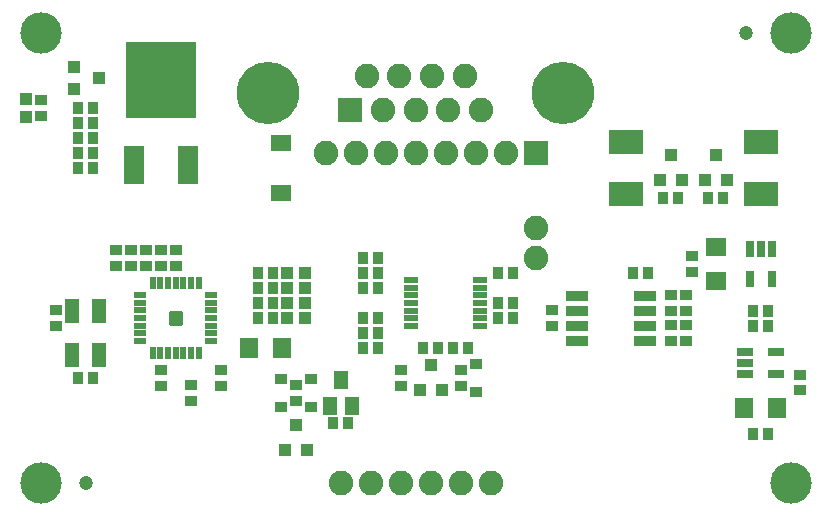
<source format=gbr>
G04 EAGLE Gerber RS-274X export*
G75*
%MOMM*%
%FSLAX34Y34*%
%LPD*%
%INSoldermask Top*%
%IPPOS*%
%AMOC8*
5,1,8,0,0,1.08239X$1,22.5*%
G01*
%ADD10R,1.603200X1.803200*%
%ADD11R,1.103200X0.903200*%
%ADD12R,0.903200X1.103200*%
%ADD13R,1.193800X0.508000*%
%ADD14R,1.033200X0.833200*%
%ADD15R,2.903200X2.003200*%
%ADD16R,1.953200X0.853200*%
%ADD17R,1.053200X0.553200*%
%ADD18R,0.553200X1.053200*%
%ADD19C,0.252672*%
%ADD20R,1.003200X1.103200*%
%ADD21R,0.753200X1.403200*%
%ADD22R,1.303200X2.103200*%
%ADD23R,1.103200X1.003200*%
%ADD24R,1.803200X3.203200*%
%ADD25R,6.003200X6.403200*%
%ADD26R,1.203200X1.603200*%
%ADD27C,3.505200*%
%ADD28R,1.003200X1.003200*%
%ADD29C,2.082800*%
%ADD30R,2.082800X2.082800*%
%ADD31C,5.283200*%
%ADD32R,1.403200X0.753200*%
%ADD33R,1.673200X1.473200*%
%ADD34R,1.803200X1.603200*%
%ADD35C,1.203200*%


D10*
X229900Y139700D03*
X201900Y139700D03*
D11*
X38100Y171600D03*
X38100Y158600D03*
D12*
X70000Y114300D03*
X57000Y114300D03*
D11*
X139700Y209400D03*
X139700Y222400D03*
X127000Y120800D03*
X127000Y107800D03*
D13*
X339050Y197300D03*
X339050Y190800D03*
X339050Y184300D03*
X339050Y177800D03*
X339050Y171300D03*
X339050Y164800D03*
X339050Y158300D03*
X397550Y158300D03*
X397550Y164800D03*
X397550Y171300D03*
X397550Y177800D03*
X397550Y184300D03*
X397550Y190800D03*
X397550Y197300D03*
D12*
X362100Y139700D03*
X349100Y139700D03*
X298300Y139700D03*
X311300Y139700D03*
X298300Y190500D03*
X311300Y190500D03*
X374500Y139700D03*
X387500Y139700D03*
X425600Y177800D03*
X412600Y177800D03*
X412600Y165100D03*
X425600Y165100D03*
X311300Y215900D03*
X298300Y215900D03*
X311300Y203200D03*
X298300Y203200D03*
X412600Y203200D03*
X425600Y203200D03*
X57000Y317500D03*
X70000Y317500D03*
X285900Y76200D03*
X272900Y76200D03*
X57000Y330200D03*
X70000Y330200D03*
X70000Y342900D03*
X57000Y342900D03*
D11*
X381000Y107800D03*
X381000Y120800D03*
X241300Y108100D03*
X241300Y95100D03*
X330200Y120800D03*
X330200Y107800D03*
D14*
X254000Y90100D03*
X254000Y113100D03*
X393700Y102800D03*
X393700Y125800D03*
X228600Y90100D03*
X228600Y113100D03*
D11*
X576580Y217320D03*
X576580Y204320D03*
D12*
X641500Y171450D03*
X628500Y171450D03*
D15*
X520700Y270100D03*
X520700Y314100D03*
D12*
X552300Y266700D03*
X565300Y266700D03*
D15*
X635000Y270100D03*
X635000Y314100D03*
D12*
X590400Y266700D03*
X603400Y266700D03*
D16*
X479266Y184150D03*
X536734Y184150D03*
X479266Y171450D03*
X479266Y158750D03*
X536734Y171450D03*
X536734Y158750D03*
X479266Y146050D03*
X536734Y146050D03*
D12*
X526900Y203200D03*
X539900Y203200D03*
D11*
X458470Y158600D03*
X458470Y171600D03*
X127000Y209400D03*
X127000Y222400D03*
X558800Y184300D03*
X558800Y171300D03*
X558800Y145900D03*
X558800Y158900D03*
X571500Y184300D03*
X571500Y171300D03*
X571500Y145900D03*
X571500Y158900D03*
D12*
X311300Y165100D03*
X298300Y165100D03*
X70000Y292100D03*
X57000Y292100D03*
D17*
X109700Y184600D03*
X109700Y178100D03*
X109700Y171600D03*
X109700Y165100D03*
X109700Y158600D03*
X109700Y152100D03*
X109700Y145600D03*
D18*
X120200Y135100D03*
X126700Y135100D03*
X133200Y135100D03*
X139700Y135100D03*
X146200Y135100D03*
X152700Y135100D03*
X159200Y135100D03*
D17*
X169700Y145600D03*
X169700Y152100D03*
X169700Y158600D03*
X169700Y165100D03*
X169700Y171600D03*
X169700Y178100D03*
X169700Y184600D03*
D18*
X159200Y195100D03*
X152700Y195100D03*
X146200Y195100D03*
X139700Y195100D03*
X133200Y195100D03*
X126700Y195100D03*
X120200Y195100D03*
D19*
X134947Y160347D02*
X144453Y160347D01*
X134947Y160347D02*
X134947Y169853D01*
X144453Y169853D01*
X144453Y160347D01*
X144453Y162748D02*
X134947Y162748D01*
X134947Y165149D02*
X144453Y165149D01*
X144453Y167550D02*
X134947Y167550D01*
D20*
X558800Y303100D03*
X568300Y282100D03*
X549300Y282100D03*
X596900Y303100D03*
X606400Y282100D03*
X587400Y282100D03*
X355600Y125300D03*
X365100Y104300D03*
X346100Y104300D03*
D12*
X311300Y152400D03*
X298300Y152400D03*
D11*
X152400Y95100D03*
X152400Y108100D03*
D21*
X644500Y223821D03*
X635000Y223821D03*
X625500Y223821D03*
X625500Y197819D03*
X644500Y197819D03*
D22*
X75000Y133900D03*
X52000Y170900D03*
X52000Y133900D03*
X75000Y170900D03*
D20*
X241300Y74500D03*
X250800Y53500D03*
X231800Y53500D03*
D23*
X74500Y368300D03*
X53500Y358800D03*
X53500Y377800D03*
D24*
X104200Y294900D03*
X149800Y294900D03*
D25*
X127000Y366700D03*
D26*
X279400Y112600D03*
X288900Y90600D03*
X269900Y90600D03*
D27*
X25400Y25400D03*
X660400Y406400D03*
X660400Y25400D03*
X25400Y406400D03*
D11*
X114300Y209400D03*
X114300Y222400D03*
X88900Y222400D03*
X88900Y209400D03*
X177800Y107800D03*
X177800Y120800D03*
D12*
X209400Y203200D03*
X222400Y203200D03*
X222400Y190500D03*
X209400Y190500D03*
D28*
X233800Y203200D03*
X248800Y203200D03*
X233800Y190500D03*
X248800Y190500D03*
D11*
X101600Y209400D03*
X101600Y222400D03*
D29*
X279400Y25400D03*
X304800Y25400D03*
X330200Y25400D03*
X355600Y25400D03*
X381000Y25400D03*
X406400Y25400D03*
D30*
X287500Y341400D03*
D29*
X315200Y341400D03*
X342900Y341400D03*
X370600Y341400D03*
X398300Y341400D03*
X301400Y369800D03*
X329100Y369800D03*
X356700Y369800D03*
X384400Y369800D03*
D31*
X217900Y355600D03*
X467900Y355600D03*
D12*
X209400Y177800D03*
X222400Y177800D03*
X222400Y165100D03*
X209400Y165100D03*
D28*
X233800Y177800D03*
X248800Y177800D03*
X233800Y165100D03*
X248800Y165100D03*
D29*
X444500Y215900D03*
X444500Y241300D03*
D32*
X621999Y136500D03*
X621999Y127000D03*
X621999Y117500D03*
X648001Y117500D03*
X648001Y136500D03*
D33*
X228600Y270600D03*
X228600Y313600D03*
D10*
X649000Y88900D03*
X621000Y88900D03*
D12*
X628500Y67310D03*
X641500Y67310D03*
X641500Y158750D03*
X628500Y158750D03*
D11*
X668020Y116990D03*
X668020Y103990D03*
D12*
X57000Y304800D03*
X70000Y304800D03*
D30*
X444500Y304800D03*
D29*
X419100Y304800D03*
X393700Y304800D03*
X368300Y304800D03*
X342900Y304800D03*
X317500Y304800D03*
X292100Y304800D03*
X266700Y304800D03*
D11*
X25400Y349400D03*
X25400Y336400D03*
D28*
X12700Y335400D03*
X12700Y350400D03*
D34*
X596900Y196820D03*
X596900Y224820D03*
D35*
X63500Y25400D03*
X622300Y406400D03*
M02*

</source>
